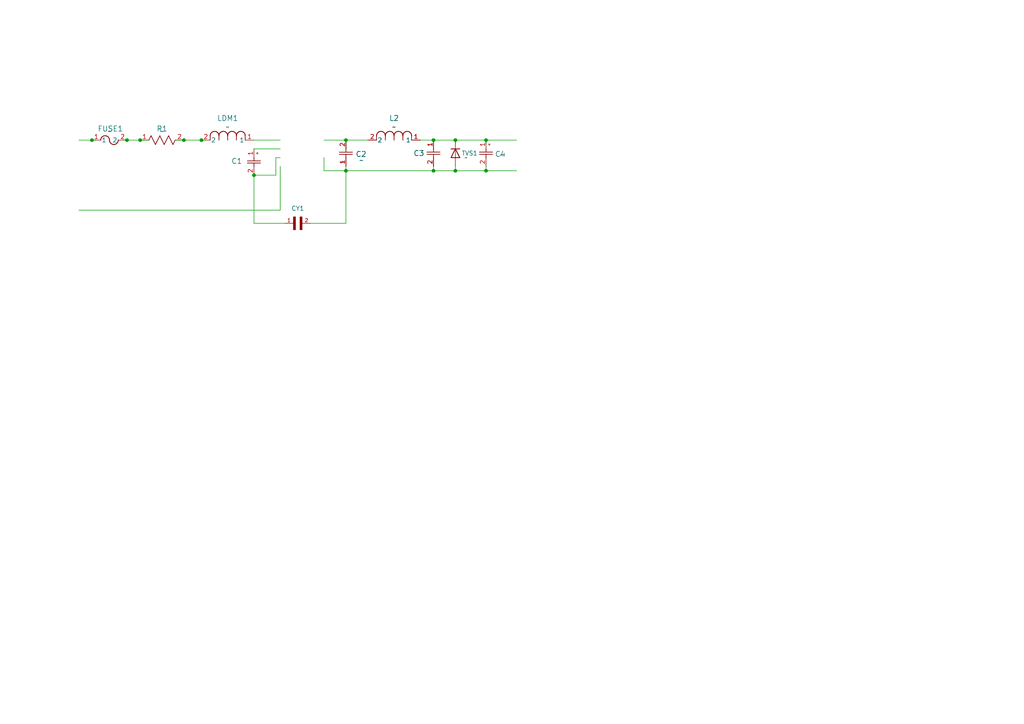
<source format=kicad_sch>
(kicad_sch (version 20250114) (generator "eeschema") (generator_version "9.0")
  (paper "A4")
  (lib_symbols
    (symbol "Capacitor-.1uf-50v:UFW1H0R1MDD1TA" (pin_names (offset 0.254))
      (property "Reference" "C" (at 3.81 3.81 0))
      (property "Value" "UFW1H0R1MDD1TA" (at 3.81 -3.81 0))
      (symbol "UFW1H0R1MDD1TA_1_1"
        (polyline (pts (xy 0.9525 0.9525) (xy 1.5875 0.9525)) (stroke (width 0.127)))
        (polyline (pts (xy 1.27 1.27) (xy 1.27 0.635)) (stroke (width 0.127)))
        (polyline (pts (xy 2.54 0) (xy 3.4798 0)) (stroke (width 0.2032)))
        (polyline (pts (xy 3.4798 -1.905) (xy 3.4798 1.905)) (stroke (width 0.2032)))
        (polyline (pts (xy 4.1148 0) (xy 5.08 0)) (stroke (width 0.2032)))
        (polyline (pts (xy 4.1148 -1.905) (xy 4.1148 1.905)) (stroke (width 0.2032)))
        (pin unspecified line (at 0 0 0) (length 2.54) (name "") (number "1"))
        (pin unspecified line (at 7.62 0 180) (length 2.54) (name "") (number "2"))
      )
      (symbol "UFW1H0R1MDD1TA_1_2"
        (polyline (pts (xy -1.905 -3.4798) (xy 1.905 -3.4798)) (stroke (width 0.2032)))
        (polyline (pts (xy -1.905 -4.1148) (xy 1.905 -4.1148)) (stroke (width 0.2032)))
        (polyline (pts (xy 0 -2.54) (xy 0 -3.4798)) (stroke (width 0.2032)))
        (polyline (pts (xy 0 -4.1148) (xy 0 -5.08)) (stroke (width 0.2032)))
        (polyline (pts (xy 0.3175 -1.5875) (xy 0.9525 -1.5875)) (stroke (width 0.127)))
        (polyline (pts (xy 0.635 -1.27) (xy 0.635 -1.905)) (stroke (width 0.127)))
        (pin unspecified line (at 0 0 270) (length 2.54) (name "") (number "1"))
        (pin unspecified line (at 0 -7.62 90) (length 2.54) (name "") (number "2"))
      )
    )
    (symbol "Capacitor-100uF-35V:35ZLJ100M6.3X11" (pin_names (offset 0.254))
      (property "Reference" "C" (at 3.81 3.81 0))
      (property "Value" "35ZLJ100M6.3X11" (at 3.81 -3.81 0))
      (symbol "35ZLJ100M6.3X11_1_1"
        (polyline (pts (xy 2.54 0) (xy 3.4798 0)) (stroke (width 0.2032)))
        (polyline (pts (xy 3.4798 -1.905) (xy 3.4798 1.905)) (stroke (width 0.2032)))
        (polyline (pts (xy 4.1148 0) (xy 5.08 0)) (stroke (width 0.2032)))
        (polyline (pts (xy 4.1148 -1.905) (xy 4.1148 1.905)) (stroke (width 0.2032)))
        (pin unspecified line (at 0 0 0) (length 2.54) (name "") (number "1"))
        (pin unspecified line (at 7.62 0 180) (length 2.54) (name "") (number "2"))
      )
      (symbol "35ZLJ100M6.3X11_1_2"
        (polyline (pts (xy -1.905 -3.4798) (xy 1.905 -3.4798)) (stroke (width 0.2032)))
        (polyline (pts (xy -1.905 -4.1148) (xy 1.905 -4.1148)) (stroke (width 0.2032)))
        (polyline (pts (xy 0 -2.54) (xy 0 -3.4798)) (stroke (width 0.2032)))
        (polyline (pts (xy 0 -4.1148) (xy 0 -5.08)) (stroke (width 0.2032)))
        (pin unspecified line (at 0 0 270) (length 2.54) (name "") (number "1"))
        (pin unspecified line (at 0 -7.62 90) (length 2.54) (name "") (number "2"))
      )
    )
    (symbol "Capacitor-1nf-400V:DE2E3SA102MN3AY02F" (pin_names (offset 1.016))
      (property "Reference" "C" (at 0 3.8109 0))
      (property "Value" "DE2E3SA102MN3AY02F" (at 0 -5.0885 0))
      (symbol "DE2E3SA102MN3AY02F_0_0"
        (rectangle (start 0 -1.9069) (end 0.635 1.905) (stroke (width 0.1)) (fill (type outline)))
        (rectangle (start 1.9069 -1.9069) (end 2.54 1.905) (stroke (width 0.1)) (fill (type outline)))
        (pin passive line (at -2.54 0 0) (length 2.54) (name "~") (number "1"))
        (pin passive line (at 5.08 0 180) (length 2.54) (name "~") (number "2"))
      )
    )
    (symbol "Capacitor-470uF-16V:UFW1C471MPD" (pin_names (offset 0.254))
      (property "Reference" "C" (at 3.81 3.81 0))
      (property "Value" "UFW1C471MPD" (at 3.81 -3.81 0))
      (symbol "UFW1C471MPD_1_1"
        (polyline (pts (xy 0.9525 0.9525) (xy 1.5875 0.9525)) (stroke (width 0.127)))
        (polyline (pts (xy 1.27 1.27) (xy 1.27 0.635)) (stroke (width 0.127)))
        (polyline (pts (xy 2.54 0) (xy 3.4798 0)) (stroke (width 0.2032)))
        (polyline (pts (xy 3.4798 -1.905) (xy 3.4798 1.905)) (stroke (width 0.2032)))
        (polyline (pts (xy 4.1148 0) (xy 5.08 0)) (stroke (width 0.2032)))
        (polyline (pts (xy 4.1148 -1.905) (xy 4.1148 1.905)) (stroke (width 0.2032)))
        (pin unspecified line (at 0 0 0) (length 2.54) (name "") (number "1"))
        (pin unspecified line (at 7.62 0 180) (length 2.54) (name "") (number "2"))
      )
      (symbol "UFW1C471MPD_1_2"
        (polyline (pts (xy -1.905 -3.4798) (xy 1.905 -3.4798)) (stroke (width 0.2032)))
        (polyline (pts (xy -1.905 -4.1148) (xy 1.905 -4.1148)) (stroke (width 0.2032)))
        (polyline (pts (xy 0 -2.54) (xy 0 -3.4798)) (stroke (width 0.2032)))
        (polyline (pts (xy 0 -4.1148) (xy 0 -5.08)) (stroke (width 0.2032)))
        (polyline (pts (xy 0.3175 -1.5875) (xy 0.9525 -1.5875)) (stroke (width 0.127)))
        (polyline (pts (xy 0.635 -1.27) (xy 0.635 -1.905)) (stroke (width 0.127)))
        (pin unspecified line (at 0 0 270) (length 2.54) (name "") (number "1"))
        (pin unspecified line (at 0 -7.62 90) (length 2.54) (name "") (number "2"))
      )
    )
    (symbol "Diode:SM4003" (pin_numbers (hide yes)) (pin_names (hide yes))
      (property "Reference" "D" (at 0 2.54 0))
      (property "Value" "SM4003" (at 0 -2.54 0))
      (symbol "SM4003_0_1"
        (polyline (pts (xy -1.27 1.27) (xy -1.27 -1.27)) (stroke (width 0.254)))
        (polyline (pts (xy 1.27 1.27) (xy 1.27 -1.27) (xy -1.27 0) (xy 1.27 1.27)) (stroke (width 0.254)))
        (polyline (pts (xy 1.27 0) (xy -1.27 0)))
      )
      (symbol "SM4003_1_1"
        (pin passive line (at -3.81 0 0) (length 2.54) (name "K") (number "1"))
        (pin passive line (at 3.81 0 180) (length 2.54) (name "A") (number "2"))
      )
    )
    (symbol "Fuse-300V-1A:36911000000" (pin_names (offset 0.254))
      (property "Reference" "F" (at 5.08 3.175 0))
      (property "Value" "36911000000" (at 5.08 -3.175 0))
      (symbol "36911000000_1_1"
        (arc (start 2.54 0) (mid 3.81 1.2645) (end 5.08 0) (stroke (width 0.254)))
        (arc (start 7.62 0) (mid 6.35 -1.2645) (end 5.08 0) (stroke (width 0.254)))
        (pin unspecified line (at 0 0 0) (length 2.54) (name "1") (number "1"))
        (pin unspecified line (at 10.16 0 180) (length 2.54) (name "2") (number "2"))
      )
      (symbol "36911000000_1_2"
        (arc (start 0 7.62) (mid 1.2645 6.35) (end 0 5.08) (stroke (width 0.254)))
        (arc (start 0 2.54) (mid -1.2645 3.81) (end 0 5.08) (stroke (width 0.254)))
        (pin unspecified line (at 0 10.16 270) (length 2.54) (name "2") (number "2"))
        (pin unspecified line (at 0 0 90) (length 2.54) (name "1") (number "1"))
      )
    )
    (symbol "Inductor-4.7uH/60ohm:RLB9012-4R7ML" (pin_names (offset 0.254))
      (property "Reference" "L" (at 6.985 5.08 0))
      (property "Value" "RLB9012-4R7ML" (at 6.985 -2.54 0))
      (symbol "RLB9012-4R7ML_1_1"
        (polyline (pts (xy 2.54 0) (xy 2.54 1.27)) (stroke (width 0.2032)))
        (arc (start 2.54 1.27) (mid 3.81 2.5344) (end 5.08 1.27) (stroke (width 0.254)))
        (polyline (pts (xy 5.08 0) (xy 5.08 1.27)) (stroke (width 0.2032)))
        (arc (start 5.08 1.27) (mid 6.35 2.5344) (end 7.62 1.27) (stroke (width 0.254)))
        (polyline (pts (xy 7.62 0) (xy 7.62 1.27)) (stroke (width 0.2032)))
        (arc (start 7.62 1.27) (mid 8.89 2.5344) (end 10.16 1.27) (stroke (width 0.254)))
        (polyline (pts (xy 10.16 0) (xy 10.16 1.27)) (stroke (width 0.2032)))
        (arc (start 10.16 1.27) (mid 11.43 2.5344) (end 12.7 1.27) (stroke (width 0.254)))
        (polyline (pts (xy 12.7 0) (xy 12.7 1.27)) (stroke (width 0.2032)))
        (pin unspecified line (at 0 0 0) (length 2.54) (name "2") (number "2"))
        (pin unspecified line (at 15.24 0 180) (length 2.54) (name "1") (number "1"))
      )
      (symbol "RLB9012-4R7ML_1_2"
        (arc (start -1.27 10.16) (mid -2.5344 11.43) (end -1.27 12.7) (stroke (width 0.254)))
        (arc (start -1.27 7.62) (mid -2.5344 8.89) (end -1.27 10.16) (stroke (width 0.254)))
        (arc (start -1.27 5.08) (mid -2.5344 6.35) (end -1.27 7.62) (stroke (width 0.254)))
        (arc (start -1.27 2.54) (mid -2.5344 3.81) (end -1.27 5.08) (stroke (width 0.254)))
        (polyline (pts (xy 0 12.7) (xy -1.27 12.7)) (stroke (width 0.2032)))
        (polyline (pts (xy 0 10.16) (xy -1.27 10.16)) (stroke (width 0.2032)))
        (polyline (pts (xy 0 7.62) (xy -1.27 7.62)) (stroke (width 0.2032)))
        (polyline (pts (xy 0 5.08) (xy -1.27 5.08)) (stroke (width 0.2032)))
        (polyline (pts (xy 0 2.54) (xy -1.27 2.54)) (stroke (width 0.2032)))
        (pin unspecified line (at 0 15.24 270) (length 2.54) (name "1") (number "1"))
        (pin unspecified line (at 0 0 90) (length 2.54) (name "2") (number "2"))
      )
    )
    (symbol "Resistor-300-3A:ROX3SJ12R" (pin_names (offset 0.254))
      (property "Reference" "R" (at 5.715 3.81 0))
      (property "Value" "ROX3SJ12R" (at 6.35 -3.81 0))
      (symbol "ROX3SJ12R_1_1"
        (polyline (pts (xy 2.54 0) (xy 3.175 1.27)) (stroke (width 0.2032)))
        (polyline (pts (xy 3.175 1.27) (xy 4.445 -1.27)) (stroke (width 0.2032)))
        (polyline (pts (xy 4.445 -1.27) (xy 5.715 1.27)) (stroke (width 0.2032)))
        (polyline (pts (xy 5.715 1.27) (xy 6.985 -1.27)) (stroke (width 0.2032)))
        (polyline (pts (xy 6.985 -1.27) (xy 8.255 1.27)) (stroke (width 0.2032)))
        (polyline (pts (xy 8.255 1.27) (xy 9.525 -1.27)) (stroke (width 0.2032)))
        (polyline (pts (xy 9.525 -1.27) (xy 10.16 0)) (stroke (width 0.2032)))
        (pin unspecified line (at 0 0 0) (length 2.54) (name "") (number "1"))
        (pin unspecified line (at 12.7 0 180) (length 2.54) (name "") (number "2"))
      )
      (symbol "ROX3SJ12R_1_2"
        (polyline (pts (xy -1.27 8.255) (xy 1.27 9.525)) (stroke (width 0.2032)))
        (polyline (pts (xy -1.27 5.715) (xy 1.27 6.985)) (stroke (width 0.2032)))
        (polyline (pts (xy -1.27 3.175) (xy 1.27 4.445)) (stroke (width 0.2032)))
        (polyline (pts (xy 0 2.54) (xy -1.27 3.175)) (stroke (width 0.2032)))
        (polyline (pts (xy 1.27 9.525) (xy 0 10.16)) (stroke (width 0.2032)))
        (polyline (pts (xy 1.27 6.985) (xy -1.27 8.255)) (stroke (width 0.2032)))
        (polyline (pts (xy 1.27 4.445) (xy -1.27 5.715)) (stroke (width 0.2032)))
        (pin unspecified line (at 0 12.7 270) (length 2.54) (name "") (number "1"))
        (pin unspecified line (at 0 0 90) (length 2.54) (name "") (number "2"))
      )
    )
  )
  (junction (at 132.08 40.64))
  (junction (at 140.97 40.64))
  (junction (at 53.34 40.64))
  (junction (at 125.73 40.64))
  (junction (at 132.08 49.53))
  (junction (at 36.83 40.64))
  (junction (at 100.33 49.53))
  (junction (at 58.42 40.64))
  (junction (at 125.73 49.53))
  (junction (at 26.67 40.64))
  (junction (at 40.64 40.64))
  (junction (at 100.33 40.64))
  (junction (at 73.66 50.8))
  (junction (at 140.97 49.53))
  (wire (pts (xy 73.66 40.64) (xy 81.28 40.64)))
  (wire (pts (xy 132.08 49.53) (xy 140.97 49.53)))
  (wire (pts (xy 58.42 40.64) (xy 53.34 40.64)))
  (wire (pts (xy 26.67 40.64) (xy 27.94 40.64)))
  (wire (pts (xy 40.64 40.64) (xy 36.83 40.64)))
  (wire (pts (xy 80.01 45.72) (xy 81.28 45.72)))
  (wire (pts (xy 73.66 64.77) (xy 82.55 64.77)))
  (wire (pts (xy 140.97 49.53) (xy 149.86 49.53)))
  (wire (pts (xy 100.33 49.53) (xy 93.98 49.53)))
  (wire (pts (xy 93.98 40.64) (xy 100.33 40.64)))
  (wire (pts (xy 100.33 40.64) (xy 100.33 43.18)))
  (wire (pts (xy 132.08 40.64) (xy 132.08 41.91)))
  (wire (pts (xy 59.69 40.64) (xy 58.42 40.64)))
  (wire (pts (xy 81.28 48.26) (xy 81.28 60.96)))
  (wire (pts (xy 22.86 40.64) (xy 26.67 40.64)))
  (wire (pts (xy 73.66 50.8) (xy 73.66 64.77)))
  (wire (pts (xy 121.92 40.64) (xy 125.73 40.64)))
  (wire (pts (xy 100.33 40.64) (xy 106.68 40.64)))
  (wire (pts (xy 140.97 40.64) (xy 140.97 41.91)))
  (wire (pts (xy 100.33 49.53) (xy 100.33 64.77)))
  (wire (pts (xy 73.66 50.8) (xy 80.01 50.8)))
  (wire (pts (xy 93.98 45.72) (xy 93.98 49.53)))
  (wire (pts (xy 125.73 48.26) (xy 125.73 49.53)))
  (wire (pts (xy 125.73 40.64) (xy 132.08 40.64)))
  (wire (pts (xy 132.08 48.26) (xy 132.08 49.53)))
  (wire (pts (xy 53.34 40.64) (xy 50.8 40.64)))
  (wire (pts (xy 90.17 64.77) (xy 100.33 64.77)))
  (wire (pts (xy 80.01 50.8) (xy 80.01 45.72)))
  (wire (pts (xy 100.33 48.26) (xy 100.33 49.53)))
  (wire (pts (xy 132.08 40.64) (xy 140.97 40.64)))
  (wire (pts (xy 73.66 43.18) (xy 81.28 43.18)))
  (wire (pts (xy 100.33 49.53) (xy 125.73 49.53)))
  (wire (pts (xy 22.86 60.96) (xy 81.28 60.96)))
  (wire (pts (xy 125.73 49.53) (xy 132.08 49.53)))
  (wire (pts (xy 36.83 40.64) (xy 35.56 40.64)))
  (wire (pts (xy 140.97 40.64) (xy 149.86 40.64)))
  (wire (pts (xy 43.18 40.64) (xy 40.64 40.64)))
  (wire (pts (xy 140.97 48.26) (xy 140.97 49.53)))
  (symbol (lib_id "Inductor-4.7uH/60ohm:RLB9012-4R7ML") (at 58.42 40.64 0) (unit 1)
    (property "Reference" "LDM1" (at 66.04 34.29 0) (effects (font (size 1.524 1.524))))
    (property "Value" "~" (at 66.04 36.83 0) (effects (font (size 1.524 1.524))))
    (property "Footprint" "Inductor-4.7uH-60ohm:IND_BOURNS_RLB9012" (effects (hide yes)))
    (property "Datasheet" "RLB9012-4R7ML" (effects (hide yes)))
  )
  (symbol (lib_id "Capacitor-.1uf-50v:UFW1H0R1MDD1TA") (at 140.97 40.64 270) (unit 1)
    (property "Reference" "C4" (at 143.51 44.704 90) (effects (font (size 1.524 1.524)) (justify left)))
    (property "Value" "~" (at 144.78 44.9453 90) (effects (font (size 1.524 1.524)) (justify left)))
    (property "Footprint" "Capacitor-,1uF-50V:CAP_UEP_5X11_NCH" (effects (hide yes)))
    (property "Datasheet" "UFW1H0R1MDD1TA" (effects (hide yes)))
  )
  (symbol (lib_id "Capacitor-470uF-16V:UFW1C471MPD") (at 73.66 43.18 270) (unit 1)
    (property "Reference" "C1" (at 67.056 46.736 90) (effects (font (size 1.524 1.524)) (justify left)))
    (property "Value" "UFW1C471MPD" (effects (hide yes)))
    (property "Footprint" "Capacitor-10uF-450V:CAP_BX_10x20_RUB" (effects (hide yes)))
    (property "Datasheet" "UFW1C471MPD" (effects (hide yes)))
  )
  (symbol (lib_id "Capacitor-470uF-16V:UFW1C471MPD") (at 100.33 48.26 90) (unit 1)
    (property "Reference" "C2" (at 103.124 44.704 90) (effects (font (size 1.524 1.524)) (justify right)))
    (property "Value" "~" (at 104.14 46.4947 90) (effects (font (size 1.524 1.524)) (justify right)))
    (property "Footprint" "Capacitor-470uF-16V:CAP_RHT_8X11P5_NCH" (effects (hide yes)))
    (property "Datasheet" "UFW1C471MPD" (effects (hide yes)))
  )
  (symbol (lib_id "Inductor-4.7uH/60ohm:RLB9012-4R7ML") (at 106.68 40.64 0) (unit 1)
    (property "Reference" "L2" (at 114.3 34.29 0) (effects (font (size 1.524 1.524))))
    (property "Value" "~" (at 114.3 36.83 0) (effects (font (size 1.524 1.524))))
    (property "Footprint" "Inductor-4.7uH-60ohm:IND_BOURNS_RLB9012" (effects (hide yes)))
    (property "Datasheet" "RLB9012-4R7ML" (effects (hide yes)))
  )
  (symbol (lib_id "Diode:SM4003") (at 132.08 44.45 270) (unit 1)
    (property "Reference" "TVS1" (at 133.858 44.45 90) (effects (justify left)))
    (property "Value" "~" (at 134.62 45.72 90) (effects (justify left)))
    (property "Footprint" "Diode_SMD:D_MELF" (effects (hide yes)))
    (property "Datasheet" "http://cdn-reichelt.de/documents/datenblatt/A400/SMD1N400%23DIO.pdf" (effects (hide yes)))
    (property "Description" "200V 1A General Purpose Rectifier Diode, MELF" (effects (hide yes)))
    (property "Sim.Device" "D" (effects (hide yes)))
    (property "Sim.Pins" "1=K 2=A" (effects (hide yes)))
  )
  (symbol (lib_id "Capacitor-100uF-35V:35ZLJ100M6.3X11") (at 125.73 40.64 270) (unit 1)
    (property "Reference" "C3" (at 119.888 44.45 90) (effects (font (size 1.524 1.524)) (justify left)))
    (property "Value" "35ZLJ100M6.3X11" (effects (hide yes)))
    (property "Footprint" "Capacitor-100uF-35V:CAP_6.3X11_RUB" (effects (hide yes)))
    (property "Datasheet" "35ZLJ100M6.3X11" (effects (hide yes)))
  )
  (symbol (lib_id "Capacitor-1nf-400V:DE2E3SA102MN3AY02F") (at 85.09 64.77 0) (unit 1)
    (property "Reference" "CY1" (at 86.36 60.452 0))
    (property "Value" "DE2E3SA102MN3AY02F" (effects (hide yes)))
    (property "Footprint" "Capacitor-1nF-400V:CAP_DE2E3SA102MN3AY02F" (effects (hide yes)))
    (property "MANUFACTURER" "Murata" (effects (hide yes)))
    (property "MAXIMUM_PACKAGE_HEIGHT" "12.0mm" (effects (hide yes)))
    (property "STANDARD" "IPC-7351B" (effects (hide yes)))
  )
  (symbol (lib_id "Resistor-300-3A:ROX3SJ12R") (at 40.64 40.64 0) (unit 1)
    (property "Reference" "R1" (at 46.99 37.338 0) (effects (font (size 1.524 1.524))))
    (property "Value" "~" (at 46.99 38.1 0) (effects (font (size 1.524 1.524))))
    (property "Footprint" "Resistor-300-3A:res2_1-1625892-1_TEC" (effects (hide yes)))
    (property "Datasheet" "ROX3SJ12R" (effects (hide yes)))
  )
  (symbol (lib_id "Fuse-300V-1A:36911000000") (at 26.67 40.64 0) (unit 1)
    (property "Reference" "FUSE1" (at 32.004 37.338 0) (effects (font (size 1.524 1.524))))
    (property "Value" "~" (at 31.75 38.1 0) (effects (font (size 1.524 1.524))))
    (property "Footprint" "fuse_300V_1a:FUSE_36911_LTF" (effects (hide yes)))
    (property "Datasheet" "36911000000" (effects (hide yes)))
  )
)
</source>
